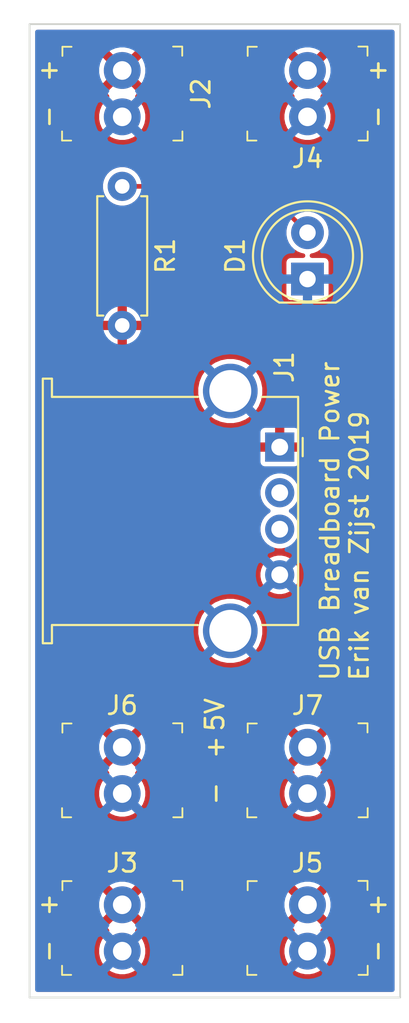
<source format=kicad_pcb>
(kicad_pcb (version 20171130) (host pcbnew "(5.1.2-1)-1")

  (general
    (thickness 1.6)
    (drawings 17)
    (tracks 2)
    (zones 0)
    (modules 9)
    (nets 6)
  )

  (page A4)
  (title_block
    (title "USB Breadboard Power")
    (date 2019-07-07)
    (rev v01)
    (comment 2 creativecommons.org/licenses/by/4.0/)
    (comment 3 "License: CC BY 4.0")
    (comment 4 "Author: Erik van Zijst")
  )

  (layers
    (0 F.Cu signal)
    (31 B.Cu signal)
    (32 B.Adhes user)
    (33 F.Adhes user)
    (34 B.Paste user)
    (35 F.Paste user)
    (36 B.SilkS user)
    (37 F.SilkS user)
    (38 B.Mask user)
    (39 F.Mask user)
    (40 Dwgs.User user)
    (41 Cmts.User user)
    (42 Eco1.User user)
    (43 Eco2.User user)
    (44 Edge.Cuts user)
    (45 Margin user)
    (46 B.CrtYd user)
    (47 F.CrtYd user)
    (48 B.Fab user)
    (49 F.Fab user)
  )

  (setup
    (last_trace_width 0.254)
    (trace_clearance 0.254)
    (zone_clearance 0.508)
    (zone_45_only no)
    (trace_min 0.000178)
    (via_size 0.762)
    (via_drill 0.381)
    (via_min_size 0.000686)
    (via_min_drill 0.00033)
    (uvia_size 0.762)
    (uvia_drill 0.381)
    (uvias_allowed no)
    (uvia_min_size 0.000686)
    (uvia_min_drill 0.00033)
    (edge_width 0.05)
    (segment_width 0.2)
    (pcb_text_width 0.3)
    (pcb_text_size 1.5 1.5)
    (mod_edge_width 0.12)
    (mod_text_size 1 1)
    (mod_text_width 0.15)
    (pad_size 1.524 1.524)
    (pad_drill 0.762)
    (pad_to_mask_clearance 0.1778)
    (solder_mask_min_width 0.254)
    (aux_axis_origin 0 0)
    (visible_elements FFFFFF7F)
    (pcbplotparams
      (layerselection 0x010f0_ffffffff)
      (usegerberextensions true)
      (usegerberattributes false)
      (usegerberadvancedattributes false)
      (creategerberjobfile false)
      (excludeedgelayer true)
      (linewidth 0.100000)
      (plotframeref false)
      (viasonmask false)
      (mode 1)
      (useauxorigin false)
      (hpglpennumber 1)
      (hpglpenspeed 20)
      (hpglpendiameter 15.000000)
      (psnegative false)
      (psa4output false)
      (plotreference true)
      (plotvalue false)
      (plotinvisibletext false)
      (padsonsilk false)
      (subtractmaskfromsilk false)
      (outputformat 1)
      (mirror false)
      (drillshape 0)
      (scaleselection 1)
      (outputdirectory "gerbers/"))
  )

  (net 0 "")
  (net 1 GND)
  (net 2 "Net-(D1-Pad2)")
  (net 3 "Net-(J1-Pad3)")
  (net 4 "Net-(J1-Pad2)")
  (net 5 VCC)

  (net_class Default "This is the default net class."
    (clearance 0.254)
    (trace_width 0.254)
    (via_dia 0.762)
    (via_drill 0.381)
    (uvia_dia 0.762)
    (uvia_drill 0.381)
    (add_net GND)
    (add_net "Net-(D1-Pad2)")
    (add_net "Net-(J1-Pad2)")
    (add_net "Net-(J1-Pad3)")
    (add_net VCC)
  )

  (module LED_THT:LED_D5.0mm_IRGrey (layer F.Cu) (tedit 5A6C9BB8) (tstamp 5D22A582)
    (at 116.84 115.57 90)
    (descr "LED, diameter 5.0mm, 2 pins, http://cdn-reichelt.de/documents/datenblatt/A500/LL-504BC2E-009.pdf")
    (tags "LED diameter 5.0mm 2 pins")
    (path /5D902383)
    (fp_text reference D1 (at 1.27 -3.96 90) (layer F.SilkS)
      (effects (font (size 1 1) (thickness 0.15)))
    )
    (fp_text value LED (at 1.27 3.96 90) (layer F.Fab)
      (effects (font (size 1 1) (thickness 0.15)))
    )
    (fp_text user %R (at 1.25 0 90) (layer F.Fab)
      (effects (font (size 0.8 0.8) (thickness 0.2)))
    )
    (fp_line (start -1.23 -1.469694) (end -1.23 1.469694) (layer F.Fab) (width 0.1))
    (fp_line (start -1.29 -1.545) (end -1.29 1.545) (layer F.SilkS) (width 0.12))
    (fp_line (start -1.95 -3.25) (end -1.95 3.25) (layer F.CrtYd) (width 0.05))
    (fp_line (start -1.95 3.25) (end 4.5 3.25) (layer F.CrtYd) (width 0.05))
    (fp_line (start 4.5 3.25) (end 4.5 -3.25) (layer F.CrtYd) (width 0.05))
    (fp_line (start 4.5 -3.25) (end -1.95 -3.25) (layer F.CrtYd) (width 0.05))
    (fp_circle (center 1.27 0) (end 3.77 0) (layer F.Fab) (width 0.1))
    (fp_circle (center 1.27 0) (end 3.77 0) (layer F.SilkS) (width 0.12))
    (fp_arc (start 1.27 0) (end -1.23 -1.469694) (angle 299.1) (layer F.Fab) (width 0.1))
    (fp_arc (start 1.27 0) (end -1.29 -1.54483) (angle 148.9) (layer F.SilkS) (width 0.12))
    (fp_arc (start 1.27 0) (end -1.29 1.54483) (angle -148.9) (layer F.SilkS) (width 0.12))
    (pad 1 thru_hole rect (at 0 0 90) (size 1.8 1.8) (drill 0.9) (layers *.Cu *.Mask)
      (net 1 GND))
    (pad 2 thru_hole circle (at 2.54 0 90) (size 1.8 1.8) (drill 0.9) (layers *.Cu *.Mask)
      (net 2 "Net-(D1-Pad2)"))
    (model ${KISYS3DMOD}/LED_THT.3dshapes/LED_D5.0mm_IRGrey.wrl
      (at (xyz 0 0 0))
      (scale (xyz 1 1 1))
      (rotate (xyz 0 0 0))
    )
  )

  (module KiCad:USB_A_Stewart_SS-52100-001_Horizontal (layer F.Cu) (tedit 5CB49A87) (tstamp 5D22A5B6)
    (at 115.316 124.7775 270)
    (descr "USB A connector https://belfuse.com/resources/drawings/stewartconnector/dr-stw-ss-52100-001.pdf")
    (tags "USB_A Female Connector receptacle")
    (path /5D8FD563)
    (fp_text reference J1 (at -4.3815 -0.254 90) (layer F.SilkS)
      (effects (font (size 1 1) (thickness 0.15)))
    )
    (fp_text value USB-SS-52100-001 (at 3.5 14.49 90) (layer F.Fab)
      (effects (font (size 1 1) (thickness 0.15)))
    )
    (fp_line (start -5.15 1.99) (end -4.25 0.69) (layer F.CrtYd) (width 0.05))
    (fp_line (start -5.15 3.44) (end -5.15 1.99) (layer F.CrtYd) (width 0.05))
    (fp_line (start -3.25 4.74) (end -4.25 4.74) (layer F.CrtYd) (width 0.05))
    (fp_line (start -5.15 3.44) (end -4.25 4.74) (layer F.CrtYd) (width 0.05))
    (fp_line (start -3.25 0.69) (end -4.25 0.69) (layer F.CrtYd) (width 0.05))
    (fp_line (start 12.15 3.44) (end 11.25 4.74) (layer F.CrtYd) (width 0.05))
    (fp_line (start -3.25 0.69) (end -3.25 -1.51) (layer F.CrtYd) (width 0.05))
    (fp_line (start 10.25 -1.51) (end -3.25 -1.51) (layer F.CrtYd) (width 0.05))
    (fp_line (start 10.25 0.69) (end 10.25 -1.51) (layer F.CrtYd) (width 0.05))
    (fp_line (start 12.15 1.99) (end 12.15 3.44) (layer F.CrtYd) (width 0.05))
    (fp_line (start 10.25 0.69) (end 11.25 0.69) (layer F.CrtYd) (width 0.05))
    (fp_line (start 12.15 1.99) (end 11.25 0.69) (layer F.CrtYd) (width 0.05))
    (fp_line (start 10.75 12.49) (end 10.75 12.99) (layer F.Fab) (width 0.1))
    (fp_line (start 9.75 12.49) (end 10.75 12.49) (layer F.Fab) (width 0.1))
    (fp_line (start -3.75 12.49) (end -2.75 12.49) (layer F.Fab) (width 0.1))
    (fp_line (start -3.75 12.99) (end -3.75 12.49) (layer F.Fab) (width 0.1))
    (fp_line (start -3.75 12.99) (end 10.75 12.99) (layer F.Fab) (width 0.1))
    (fp_line (start -2.75 12.49) (end -2.75 -1.01) (layer F.Fab) (width 0.1))
    (fp_line (start -2.75 -1.01) (end 9.75 -1.01) (layer F.Fab) (width 0.1))
    (fp_line (start 9.75 12.49) (end 9.75 -1.01) (layer F.Fab) (width 0.1))
    (fp_text user %R (at 3.5 5.99 90) (layer F.Fab)
      (effects (font (size 1 1) (thickness 0.15)))
    )
    (fp_line (start -3.75 12.99) (end 10.75 12.99) (layer F.SilkS) (width 0.12))
    (fp_line (start 10.75 12.99) (end 10.75 12.49) (layer F.SilkS) (width 0.12))
    (fp_line (start 10.75 12.49) (end 9.75 12.49) (layer F.SilkS) (width 0.12))
    (fp_line (start 9.75 12.49) (end 9.75 4.49) (layer F.SilkS) (width 0.12))
    (fp_line (start 9.75 0.99) (end 9.75 -1.01) (layer F.SilkS) (width 0.12))
    (fp_line (start 9.75 -1.01) (end -2.75 -1.01) (layer F.SilkS) (width 0.12))
    (fp_line (start -2.75 -1.01) (end -2.75 0.99) (layer F.SilkS) (width 0.12))
    (fp_line (start -2.75 4.49) (end -2.75 12.49) (layer F.SilkS) (width 0.12))
    (fp_line (start -2.75 12.49) (end -3.75 12.49) (layer F.SilkS) (width 0.12))
    (fp_line (start -3.75 12.49) (end -3.75 12.99) (layer F.SilkS) (width 0.12))
    (fp_line (start -0.5 -1.26) (end 0.5 -1.26) (layer F.SilkS) (width 0.12))
    (fp_line (start -0.25 -1.01) (end 0 -0.76) (layer F.Fab) (width 0.1))
    (fp_line (start 0 -0.76) (end 0.25 -1.01) (layer F.Fab) (width 0.1))
    (fp_line (start -3.25 4.74) (end -3.25 11.99) (layer F.CrtYd) (width 0.05))
    (fp_line (start -3.25 11.99) (end -4.25 11.99) (layer F.CrtYd) (width 0.05))
    (fp_line (start -4.25 11.99) (end -4.25 13.49) (layer F.CrtYd) (width 0.05))
    (fp_line (start -4.25 13.49) (end 11.25 13.49) (layer F.CrtYd) (width 0.05))
    (fp_line (start 11.25 13.49) (end 11.25 11.99) (layer F.CrtYd) (width 0.05))
    (fp_line (start 11.25 11.99) (end 10.25 11.99) (layer F.CrtYd) (width 0.05))
    (fp_line (start 10.25 11.99) (end 10.25 4.74) (layer F.CrtYd) (width 0.05))
    (fp_line (start 10.25 4.74) (end 11.25 4.74) (layer F.CrtYd) (width 0.05))
    (pad 4 thru_hole circle (at 7 0 270) (size 1.6 1.6) (drill 0.92) (layers *.Cu *.Mask)
      (net 1 GND))
    (pad 3 thru_hole circle (at 4.5 0 270) (size 1.6 1.6) (drill 0.92) (layers *.Cu *.Mask)
      (net 3 "Net-(J1-Pad3)"))
    (pad 2 thru_hole circle (at 2.5 0 270) (size 1.6 1.6) (drill 0.92) (layers *.Cu *.Mask)
      (net 4 "Net-(J1-Pad2)"))
    (pad 1 thru_hole rect (at 0 0 270) (size 1.6 1.6) (drill 0.92) (layers *.Cu *.Mask)
      (net 5 VCC))
    (pad 5 thru_hole circle (at -3.07 2.71 270) (size 3 3) (drill 2.3) (layers *.Cu *.Mask)
      (net 1 GND))
    (pad 5 thru_hole circle (at 10.07 2.71 270) (size 3 3) (drill 2.3) (layers *.Cu *.Mask)
      (net 1 GND))
    (model ${KISYS3DMOD}/Connector_USB.3dshapes/USB_A_Stewart_SS-52100-001_Horizontal.wrl
      (at (xyz 0 0 0))
      (scale (xyz 1 1 1))
      (rotate (xyz 0 0 0))
    )
  )

  (module digikey-footprints:PinHeader_1x2_P2.54mm_Drill1.02mm (layer F.Cu) (tedit 5A4BC55F) (tstamp 5D22A5CD)
    (at 106.68 106.68 90)
    (descr http://www.molex.com/pdm_docs/sd/022232031_sd.pdf)
    (path /5D90A993)
    (fp_text reference J2 (at 1.27 4.318 270) (layer F.SilkS)
      (effects (font (size 1 1) (thickness 0.15)))
    )
    (fp_text value 22-23-2021 (at 1.23 4.72 90) (layer F.Fab)
      (effects (font (size 1 1) (thickness 0.15)))
    )
    (fp_text user %R (at 1.25 0.03 90) (layer F.Fab)
      (effects (font (size 1 1) (thickness 0.15)))
    )
    (fp_line (start 3.98 3.42) (end -1.45 3.42) (layer F.CrtYd) (width 0.05))
    (fp_line (start -1.45 -3.42) (end -1.45 3.42) (layer F.CrtYd) (width 0.05))
    (fp_line (start 3.98 -3.42) (end 3.98 3.42) (layer F.CrtYd) (width 0.05))
    (fp_line (start 3.98 -3.42) (end -1.45 -3.42) (layer F.CrtYd) (width 0.05))
    (fp_line (start 3.84 -3.28) (end 3.84 -2.78) (layer F.SilkS) (width 0.1))
    (fp_line (start 3.84 -3.28) (end 3.34 -3.28) (layer F.SilkS) (width 0.1))
    (fp_line (start -1.3 -3.3) (end -1.3 -2.8) (layer F.SilkS) (width 0.1))
    (fp_line (start -1.3 -3.3) (end -0.8 -3.3) (layer F.SilkS) (width 0.1))
    (fp_line (start -1.3 3.3) (end -1.3 2.8) (layer F.SilkS) (width 0.1))
    (fp_line (start -1.3 3.3) (end -0.8 3.3) (layer F.SilkS) (width 0.1))
    (fp_line (start 3.85 3.29) (end 3.85 2.79) (layer F.SilkS) (width 0.1))
    (fp_line (start 3.85 3.29) (end 3.35 3.29) (layer F.SilkS) (width 0.1))
    (fp_line (start -1.2 3.17) (end 3.73 3.17) (layer F.Fab) (width 0.1))
    (fp_line (start 3.73 -3.17) (end 3.73 3.17) (layer F.Fab) (width 0.1))
    (fp_line (start -1.2 -3.17) (end -1.2 3.17) (layer F.Fab) (width 0.1))
    (fp_line (start -1.2 -3.17) (end 3.73 -3.17) (layer F.Fab) (width 0.1))
    (pad 1 thru_hole circle (at 0 0 90) (size 2.02 2.02) (drill 1.02) (layers *.Cu *.Mask)
      (net 1 GND))
    (pad 2 thru_hole circle (at 2.54 0 90) (size 2.02 2.02) (drill 1.02) (layers *.Cu *.Mask)
      (net 5 VCC))
  )

  (module digikey-footprints:PinHeader_1x2_P2.54mm_Drill1.02mm (layer F.Cu) (tedit 5A4BC55F) (tstamp 5D22A5E4)
    (at 106.68 152.4 90)
    (descr http://www.molex.com/pdm_docs/sd/022232031_sd.pdf)
    (path /5D90EC64)
    (fp_text reference J3 (at 4.826 0 180) (layer F.SilkS)
      (effects (font (size 1 1) (thickness 0.15)))
    )
    (fp_text value 22-23-2021 (at 1.23 4.72 90) (layer F.Fab)
      (effects (font (size 1 1) (thickness 0.15)))
    )
    (fp_text user %R (at 1.25 0.03 90) (layer F.Fab)
      (effects (font (size 1 1) (thickness 0.15)))
    )
    (fp_line (start 3.98 3.42) (end -1.45 3.42) (layer F.CrtYd) (width 0.05))
    (fp_line (start -1.45 -3.42) (end -1.45 3.42) (layer F.CrtYd) (width 0.05))
    (fp_line (start 3.98 -3.42) (end 3.98 3.42) (layer F.CrtYd) (width 0.05))
    (fp_line (start 3.98 -3.42) (end -1.45 -3.42) (layer F.CrtYd) (width 0.05))
    (fp_line (start 3.84 -3.28) (end 3.84 -2.78) (layer F.SilkS) (width 0.1))
    (fp_line (start 3.84 -3.28) (end 3.34 -3.28) (layer F.SilkS) (width 0.1))
    (fp_line (start -1.3 -3.3) (end -1.3 -2.8) (layer F.SilkS) (width 0.1))
    (fp_line (start -1.3 -3.3) (end -0.8 -3.3) (layer F.SilkS) (width 0.1))
    (fp_line (start -1.3 3.3) (end -1.3 2.8) (layer F.SilkS) (width 0.1))
    (fp_line (start -1.3 3.3) (end -0.8 3.3) (layer F.SilkS) (width 0.1))
    (fp_line (start 3.85 3.29) (end 3.85 2.79) (layer F.SilkS) (width 0.1))
    (fp_line (start 3.85 3.29) (end 3.35 3.29) (layer F.SilkS) (width 0.1))
    (fp_line (start -1.2 3.17) (end 3.73 3.17) (layer F.Fab) (width 0.1))
    (fp_line (start 3.73 -3.17) (end 3.73 3.17) (layer F.Fab) (width 0.1))
    (fp_line (start -1.2 -3.17) (end -1.2 3.17) (layer F.Fab) (width 0.1))
    (fp_line (start -1.2 -3.17) (end 3.73 -3.17) (layer F.Fab) (width 0.1))
    (pad 1 thru_hole circle (at 0 0 90) (size 2.02 2.02) (drill 1.02) (layers *.Cu *.Mask)
      (net 1 GND))
    (pad 2 thru_hole circle (at 2.54 0 90) (size 2.02 2.02) (drill 1.02) (layers *.Cu *.Mask)
      (net 5 VCC))
  )

  (module digikey-footprints:PinHeader_1x2_P2.54mm_Drill1.02mm (layer F.Cu) (tedit 5A4BC55F) (tstamp 5D22AC1F)
    (at 116.84 106.68 90)
    (descr http://www.molex.com/pdm_docs/sd/022232031_sd.pdf)
    (path /5D90BB45)
    (fp_text reference J4 (at -2.286 0 180) (layer F.SilkS)
      (effects (font (size 1 1) (thickness 0.15)))
    )
    (fp_text value 22-23-2021 (at 1.23 4.72 90) (layer F.Fab)
      (effects (font (size 1 1) (thickness 0.15)))
    )
    (fp_line (start -1.2 -3.17) (end 3.73 -3.17) (layer F.Fab) (width 0.1))
    (fp_line (start -1.2 -3.17) (end -1.2 3.17) (layer F.Fab) (width 0.1))
    (fp_line (start 3.73 -3.17) (end 3.73 3.17) (layer F.Fab) (width 0.1))
    (fp_line (start -1.2 3.17) (end 3.73 3.17) (layer F.Fab) (width 0.1))
    (fp_line (start 3.85 3.29) (end 3.35 3.29) (layer F.SilkS) (width 0.1))
    (fp_line (start 3.85 3.29) (end 3.85 2.79) (layer F.SilkS) (width 0.1))
    (fp_line (start -1.3 3.3) (end -0.8 3.3) (layer F.SilkS) (width 0.1))
    (fp_line (start -1.3 3.3) (end -1.3 2.8) (layer F.SilkS) (width 0.1))
    (fp_line (start -1.3 -3.3) (end -0.8 -3.3) (layer F.SilkS) (width 0.1))
    (fp_line (start -1.3 -3.3) (end -1.3 -2.8) (layer F.SilkS) (width 0.1))
    (fp_line (start 3.84 -3.28) (end 3.34 -3.28) (layer F.SilkS) (width 0.1))
    (fp_line (start 3.84 -3.28) (end 3.84 -2.78) (layer F.SilkS) (width 0.1))
    (fp_line (start 3.98 -3.42) (end -1.45 -3.42) (layer F.CrtYd) (width 0.05))
    (fp_line (start 3.98 -3.42) (end 3.98 3.42) (layer F.CrtYd) (width 0.05))
    (fp_line (start -1.45 -3.42) (end -1.45 3.42) (layer F.CrtYd) (width 0.05))
    (fp_line (start 3.98 3.42) (end -1.45 3.42) (layer F.CrtYd) (width 0.05))
    (fp_text user %R (at 1.25 0.03 90) (layer F.Fab)
      (effects (font (size 1 1) (thickness 0.15)))
    )
    (pad 2 thru_hole circle (at 2.54 0 90) (size 2.02 2.02) (drill 1.02) (layers *.Cu *.Mask)
      (net 5 VCC))
    (pad 1 thru_hole circle (at 0 0 90) (size 2.02 2.02) (drill 1.02) (layers *.Cu *.Mask)
      (net 1 GND))
  )

  (module digikey-footprints:PinHeader_1x2_P2.54mm_Drill1.02mm (layer F.Cu) (tedit 5A4BC55F) (tstamp 5D22A612)
    (at 116.84 152.4 90)
    (descr http://www.molex.com/pdm_docs/sd/022232031_sd.pdf)
    (path /5D90EC77)
    (fp_text reference J5 (at 4.826 0 180) (layer F.SilkS)
      (effects (font (size 1 1) (thickness 0.15)))
    )
    (fp_text value 22-23-2021 (at 1.23 4.72 90) (layer F.Fab)
      (effects (font (size 1 1) (thickness 0.15)))
    )
    (fp_line (start -1.2 -3.17) (end 3.73 -3.17) (layer F.Fab) (width 0.1))
    (fp_line (start -1.2 -3.17) (end -1.2 3.17) (layer F.Fab) (width 0.1))
    (fp_line (start 3.73 -3.17) (end 3.73 3.17) (layer F.Fab) (width 0.1))
    (fp_line (start -1.2 3.17) (end 3.73 3.17) (layer F.Fab) (width 0.1))
    (fp_line (start 3.85 3.29) (end 3.35 3.29) (layer F.SilkS) (width 0.1))
    (fp_line (start 3.85 3.29) (end 3.85 2.79) (layer F.SilkS) (width 0.1))
    (fp_line (start -1.3 3.3) (end -0.8 3.3) (layer F.SilkS) (width 0.1))
    (fp_line (start -1.3 3.3) (end -1.3 2.8) (layer F.SilkS) (width 0.1))
    (fp_line (start -1.3 -3.3) (end -0.8 -3.3) (layer F.SilkS) (width 0.1))
    (fp_line (start -1.3 -3.3) (end -1.3 -2.8) (layer F.SilkS) (width 0.1))
    (fp_line (start 3.84 -3.28) (end 3.34 -3.28) (layer F.SilkS) (width 0.1))
    (fp_line (start 3.84 -3.28) (end 3.84 -2.78) (layer F.SilkS) (width 0.1))
    (fp_line (start 3.98 -3.42) (end -1.45 -3.42) (layer F.CrtYd) (width 0.05))
    (fp_line (start 3.98 -3.42) (end 3.98 3.42) (layer F.CrtYd) (width 0.05))
    (fp_line (start -1.45 -3.42) (end -1.45 3.42) (layer F.CrtYd) (width 0.05))
    (fp_line (start 3.98 3.42) (end -1.45 3.42) (layer F.CrtYd) (width 0.05))
    (fp_text user %R (at 1.25 0.03 90) (layer F.Fab)
      (effects (font (size 1 1) (thickness 0.15)))
    )
    (pad 2 thru_hole circle (at 2.54 0 90) (size 2.02 2.02) (drill 1.02) (layers *.Cu *.Mask)
      (net 5 VCC))
    (pad 1 thru_hole circle (at 0 0 90) (size 2.02 2.02) (drill 1.02) (layers *.Cu *.Mask)
      (net 1 GND))
  )

  (module Resistor_THT:R_Axial_DIN0207_L6.3mm_D2.5mm_P7.62mm_Horizontal (layer F.Cu) (tedit 5AE5139B) (tstamp 5D22A629)
    (at 106.68 110.49 270)
    (descr "Resistor, Axial_DIN0207 series, Axial, Horizontal, pin pitch=7.62mm, 0.25W = 1/4W, length*diameter=6.3*2.5mm^2, http://cdn-reichelt.de/documents/datenblatt/B400/1_4W%23YAG.pdf")
    (tags "Resistor Axial_DIN0207 series Axial Horizontal pin pitch 7.62mm 0.25W = 1/4W length 6.3mm diameter 2.5mm")
    (path /5D903614)
    (fp_text reference R1 (at 3.81 -2.37 90) (layer F.SilkS)
      (effects (font (size 1 1) (thickness 0.15)))
    )
    (fp_text value 1K (at 3.81 2.37 90) (layer F.Fab)
      (effects (font (size 1 1) (thickness 0.15)))
    )
    (fp_line (start 0.66 -1.25) (end 0.66 1.25) (layer F.Fab) (width 0.1))
    (fp_line (start 0.66 1.25) (end 6.96 1.25) (layer F.Fab) (width 0.1))
    (fp_line (start 6.96 1.25) (end 6.96 -1.25) (layer F.Fab) (width 0.1))
    (fp_line (start 6.96 -1.25) (end 0.66 -1.25) (layer F.Fab) (width 0.1))
    (fp_line (start 0 0) (end 0.66 0) (layer F.Fab) (width 0.1))
    (fp_line (start 7.62 0) (end 6.96 0) (layer F.Fab) (width 0.1))
    (fp_line (start 0.54 -1.04) (end 0.54 -1.37) (layer F.SilkS) (width 0.12))
    (fp_line (start 0.54 -1.37) (end 7.08 -1.37) (layer F.SilkS) (width 0.12))
    (fp_line (start 7.08 -1.37) (end 7.08 -1.04) (layer F.SilkS) (width 0.12))
    (fp_line (start 0.54 1.04) (end 0.54 1.37) (layer F.SilkS) (width 0.12))
    (fp_line (start 0.54 1.37) (end 7.08 1.37) (layer F.SilkS) (width 0.12))
    (fp_line (start 7.08 1.37) (end 7.08 1.04) (layer F.SilkS) (width 0.12))
    (fp_line (start -1.05 -1.5) (end -1.05 1.5) (layer F.CrtYd) (width 0.05))
    (fp_line (start -1.05 1.5) (end 8.67 1.5) (layer F.CrtYd) (width 0.05))
    (fp_line (start 8.67 1.5) (end 8.67 -1.5) (layer F.CrtYd) (width 0.05))
    (fp_line (start 8.67 -1.5) (end -1.05 -1.5) (layer F.CrtYd) (width 0.05))
    (fp_text user %R (at 3.81 0 90) (layer F.Fab)
      (effects (font (size 1 1) (thickness 0.15)))
    )
    (pad 1 thru_hole circle (at 0 0 270) (size 1.6 1.6) (drill 0.8) (layers *.Cu *.Mask)
      (net 2 "Net-(D1-Pad2)"))
    (pad 2 thru_hole oval (at 7.62 0 270) (size 1.6 1.6) (drill 0.8) (layers *.Cu *.Mask)
      (net 5 VCC))
    (model ${KISYS3DMOD}/Resistor_THT.3dshapes/R_Axial_DIN0207_L6.3mm_D2.5mm_P7.62mm_Horizontal.wrl
      (at (xyz 0 0 0))
      (scale (xyz 1 1 1))
      (rotate (xyz 0 0 0))
    )
  )

  (module digikey-footprints:PinHeader_1x2_P2.54mm_Drill1.02mm (layer F.Cu) (tedit 5A4BC55F) (tstamp 5D22BE9E)
    (at 106.68 143.764 90)
    (descr http://www.molex.com/pdm_docs/sd/022232031_sd.pdf)
    (path /5D92649B)
    (fp_text reference J6 (at 4.826 0 180) (layer F.SilkS)
      (effects (font (size 1 1) (thickness 0.15)))
    )
    (fp_text value 22-23-2021 (at 1.23 4.72 90) (layer F.Fab)
      (effects (font (size 1 1) (thickness 0.15)))
    )
    (fp_text user %R (at 1.25 0.03 90) (layer F.Fab)
      (effects (font (size 1 1) (thickness 0.15)))
    )
    (fp_line (start 3.98 3.42) (end -1.45 3.42) (layer F.CrtYd) (width 0.05))
    (fp_line (start -1.45 -3.42) (end -1.45 3.42) (layer F.CrtYd) (width 0.05))
    (fp_line (start 3.98 -3.42) (end 3.98 3.42) (layer F.CrtYd) (width 0.05))
    (fp_line (start 3.98 -3.42) (end -1.45 -3.42) (layer F.CrtYd) (width 0.05))
    (fp_line (start 3.84 -3.28) (end 3.84 -2.78) (layer F.SilkS) (width 0.1))
    (fp_line (start 3.84 -3.28) (end 3.34 -3.28) (layer F.SilkS) (width 0.1))
    (fp_line (start -1.3 -3.3) (end -1.3 -2.8) (layer F.SilkS) (width 0.1))
    (fp_line (start -1.3 -3.3) (end -0.8 -3.3) (layer F.SilkS) (width 0.1))
    (fp_line (start -1.3 3.3) (end -1.3 2.8) (layer F.SilkS) (width 0.1))
    (fp_line (start -1.3 3.3) (end -0.8 3.3) (layer F.SilkS) (width 0.1))
    (fp_line (start 3.85 3.29) (end 3.85 2.79) (layer F.SilkS) (width 0.1))
    (fp_line (start 3.85 3.29) (end 3.35 3.29) (layer F.SilkS) (width 0.1))
    (fp_line (start -1.2 3.17) (end 3.73 3.17) (layer F.Fab) (width 0.1))
    (fp_line (start 3.73 -3.17) (end 3.73 3.17) (layer F.Fab) (width 0.1))
    (fp_line (start -1.2 -3.17) (end -1.2 3.17) (layer F.Fab) (width 0.1))
    (fp_line (start -1.2 -3.17) (end 3.73 -3.17) (layer F.Fab) (width 0.1))
    (pad 1 thru_hole circle (at 0 0 90) (size 2.02 2.02) (drill 1.02) (layers *.Cu *.Mask)
      (net 1 GND))
    (pad 2 thru_hole circle (at 2.54 0 90) (size 2.02 2.02) (drill 1.02) (layers *.Cu *.Mask)
      (net 5 VCC))
  )

  (module digikey-footprints:PinHeader_1x2_P2.54mm_Drill1.02mm (layer F.Cu) (tedit 5A4BC55F) (tstamp 5D22C1FA)
    (at 116.84 143.764 90)
    (descr http://www.molex.com/pdm_docs/sd/022232031_sd.pdf)
    (path /5D928AA6)
    (fp_text reference J7 (at 4.826 0 180) (layer F.SilkS)
      (effects (font (size 1 1) (thickness 0.15)))
    )
    (fp_text value 22-23-2021 (at 1.23 4.72 90) (layer F.Fab)
      (effects (font (size 1 1) (thickness 0.15)))
    )
    (fp_line (start -1.2 -3.17) (end 3.73 -3.17) (layer F.Fab) (width 0.1))
    (fp_line (start -1.2 -3.17) (end -1.2 3.17) (layer F.Fab) (width 0.1))
    (fp_line (start 3.73 -3.17) (end 3.73 3.17) (layer F.Fab) (width 0.1))
    (fp_line (start -1.2 3.17) (end 3.73 3.17) (layer F.Fab) (width 0.1))
    (fp_line (start 3.85 3.29) (end 3.35 3.29) (layer F.SilkS) (width 0.1))
    (fp_line (start 3.85 3.29) (end 3.85 2.79) (layer F.SilkS) (width 0.1))
    (fp_line (start -1.3 3.3) (end -0.8 3.3) (layer F.SilkS) (width 0.1))
    (fp_line (start -1.3 3.3) (end -1.3 2.8) (layer F.SilkS) (width 0.1))
    (fp_line (start -1.3 -3.3) (end -0.8 -3.3) (layer F.SilkS) (width 0.1))
    (fp_line (start -1.3 -3.3) (end -1.3 -2.8) (layer F.SilkS) (width 0.1))
    (fp_line (start 3.84 -3.28) (end 3.34 -3.28) (layer F.SilkS) (width 0.1))
    (fp_line (start 3.84 -3.28) (end 3.84 -2.78) (layer F.SilkS) (width 0.1))
    (fp_line (start 3.98 -3.42) (end -1.45 -3.42) (layer F.CrtYd) (width 0.05))
    (fp_line (start 3.98 -3.42) (end 3.98 3.42) (layer F.CrtYd) (width 0.05))
    (fp_line (start -1.45 -3.42) (end -1.45 3.42) (layer F.CrtYd) (width 0.05))
    (fp_line (start 3.98 3.42) (end -1.45 3.42) (layer F.CrtYd) (width 0.05))
    (fp_text user %R (at 1.25 0.03 90) (layer F.Fab)
      (effects (font (size 1 1) (thickness 0.15)))
    )
    (pad 2 thru_hole circle (at 2.54 0 90) (size 2.02 2.02) (drill 1.02) (layers *.Cu *.Mask)
      (net 5 VCC))
    (pad 1 thru_hole circle (at 0 0 90) (size 2.02 2.02) (drill 1.02) (layers *.Cu *.Mask)
      (net 1 GND))
  )

  (gr_text 5V (at 111.76 139.446 90) (layer F.SilkS)
    (effects (font (size 1 1) (thickness 0.15)))
  )
  (gr_text - (at 111.76 143.764 90) (layer F.SilkS) (tstamp 5D22C81D)
    (effects (font (size 1 1) (thickness 0.15)))
  )
  (gr_text + (at 111.76 141.224 90) (layer F.SilkS) (tstamp 5D22C81C)
    (effects (font (size 1 1) (thickness 0.15)))
  )
  (gr_text - (at 102.616 152.4 90) (layer F.SilkS) (tstamp 5D22C81D)
    (effects (font (size 1 1) (thickness 0.15)))
  )
  (gr_text + (at 102.616 149.86 90) (layer F.SilkS) (tstamp 5D22C81C)
    (effects (font (size 1 1) (thickness 0.15)))
  )
  (gr_text - (at 120.65 152.4 90) (layer F.SilkS) (tstamp 5D22C81D)
    (effects (font (size 1 1) (thickness 0.15)))
  )
  (gr_text + (at 120.65 149.86 90) (layer F.SilkS) (tstamp 5D22C81C)
    (effects (font (size 1 1) (thickness 0.15)))
  )
  (gr_text - (at 102.616 106.68 90) (layer F.SilkS) (tstamp 5D22C81D)
    (effects (font (size 1 1) (thickness 0.15)))
  )
  (gr_text + (at 102.616 104.14 90) (layer F.SilkS) (tstamp 5D22C81C)
    (effects (font (size 1 1) (thickness 0.15)))
  )
  (gr_text + (at 120.65 104.14 90) (layer F.SilkS)
    (effects (font (size 1 1) (thickness 0.15)))
  )
  (gr_text - (at 120.65 106.68 90) (layer F.SilkS)
    (effects (font (size 1 1) (thickness 0.15)))
  )
  (gr_text "USB Breadboard Power\nErik van Zijst 2019" (at 118.872 137.668 90) (layer F.SilkS)
    (effects (font (size 1 1) (thickness 0.15)) (justify left))
  )
  (gr_text v01 (at 120.65 119.634 90) (layer F.Cu)
    (effects (font (size 1.5 1.5) (thickness 0.3)))
  )
  (gr_line (start 121.92 101.6) (end 121.92 154.94) (layer Edge.Cuts) (width 0.1))
  (gr_line (start 101.6 101.6) (end 121.92 101.6) (layer Edge.Cuts) (width 0.1))
  (gr_line (start 101.6 101.6) (end 101.6 154.94) (layer Edge.Cuts) (width 0.1))
  (gr_line (start 101.6 154.94) (end 121.92 154.94) (layer Edge.Cuts) (width 0.1))

  (segment (start 114.3 110.49) (end 116.84 113.03) (width 0.254) (layer F.Cu) (net 2) (status 20))
  (segment (start 106.68 110.49) (end 114.3 110.49) (width 0.254) (layer F.Cu) (net 2) (status 10))

  (zone (net 5) (net_name VCC) (layer F.Cu) (tstamp 5D22CD2D) (hatch edge 0.508)
    (connect_pads (clearance 0.254))
    (min_thickness 0.254)
    (fill yes (arc_segments 32) (thermal_gap 0.508) (thermal_bridge_width 0.508))
    (polygon
      (pts
        (xy 101.346 101.346) (xy 122.174 101.346) (xy 122.174 155.194) (xy 101.346 155.194)
      )
    )
    (filled_polygon
      (pts
        (xy 121.489 117.103) (xy 119.114 117.103) (xy 119.114 122.165) (xy 121.489 122.165) (xy 121.489001 154.509)
        (xy 102.031 154.509) (xy 102.031 152.262999) (xy 105.289 152.262999) (xy 105.289 152.537001) (xy 105.342456 152.80574)
        (xy 105.447312 153.058885) (xy 105.59954 153.286711) (xy 105.793289 153.48046) (xy 106.021115 153.632688) (xy 106.27426 153.737544)
        (xy 106.542999 153.791) (xy 106.817001 153.791) (xy 107.08574 153.737544) (xy 107.338885 153.632688) (xy 107.566711 153.48046)
        (xy 107.76046 153.286711) (xy 107.912688 153.058885) (xy 108.017544 152.80574) (xy 108.071 152.537001) (xy 108.071 152.262999)
        (xy 115.449 152.262999) (xy 115.449 152.537001) (xy 115.502456 152.80574) (xy 115.607312 153.058885) (xy 115.75954 153.286711)
        (xy 115.953289 153.48046) (xy 116.181115 153.632688) (xy 116.43426 153.737544) (xy 116.702999 153.791) (xy 116.977001 153.791)
        (xy 117.24574 153.737544) (xy 117.498885 153.632688) (xy 117.726711 153.48046) (xy 117.92046 153.286711) (xy 118.072688 153.058885)
        (xy 118.177544 152.80574) (xy 118.231 152.537001) (xy 118.231 152.262999) (xy 118.177544 151.99426) (xy 118.072688 151.741115)
        (xy 117.92046 151.513289) (xy 117.726711 151.31954) (xy 117.674612 151.284728) (xy 117.705968 151.267968) (xy 117.802939 151.002545)
        (xy 116.84 150.039605) (xy 115.877061 151.002545) (xy 115.974032 151.267968) (xy 116.006677 151.283868) (xy 115.953289 151.31954)
        (xy 115.75954 151.513289) (xy 115.607312 151.741115) (xy 115.502456 151.99426) (xy 115.449 152.262999) (xy 108.071 152.262999)
        (xy 108.017544 151.99426) (xy 107.912688 151.741115) (xy 107.76046 151.513289) (xy 107.566711 151.31954) (xy 107.514612 151.284728)
        (xy 107.545968 151.267968) (xy 107.642939 151.002545) (xy 106.68 150.039605) (xy 105.717061 151.002545) (xy 105.814032 151.267968)
        (xy 105.846677 151.283868) (xy 105.793289 151.31954) (xy 105.59954 151.513289) (xy 105.447312 151.741115) (xy 105.342456 151.99426)
        (xy 105.289 152.262999) (xy 102.031 152.262999) (xy 102.031 149.9222) (xy 105.028211 149.9222) (xy 105.072084 150.243253)
        (xy 105.177749 150.549578) (xy 105.272032 150.725968) (xy 105.537455 150.822939) (xy 106.500395 149.86) (xy 106.859605 149.86)
        (xy 107.822545 150.822939) (xy 108.087968 150.725968) (xy 108.229856 150.434647) (xy 108.312185 150.121243) (xy 108.324249 149.9222)
        (xy 115.188211 149.9222) (xy 115.232084 150.243253) (xy 115.337749 150.549578) (xy 115.432032 150.725968) (xy 115.697455 150.822939)
        (xy 116.660395 149.86) (xy 117.019605 149.86) (xy 117.982545 150.822939) (xy 118.247968 150.725968) (xy 118.389856 150.434647)
        (xy 118.472185 150.121243) (xy 118.491789 149.7978) (xy 118.447916 149.476747) (xy 118.342251 149.170422) (xy 118.247968 148.994032)
        (xy 117.982545 148.897061) (xy 117.019605 149.86) (xy 116.660395 149.86) (xy 115.697455 148.897061) (xy 115.432032 148.994032)
        (xy 115.290144 149.285353) (xy 115.207815 149.598757) (xy 115.188211 149.9222) (xy 108.324249 149.9222) (xy 108.331789 149.7978)
        (xy 108.287916 149.476747) (xy 108.182251 149.170422) (xy 108.087968 148.994032) (xy 107.822545 148.897061) (xy 106.859605 149.86)
        (xy 106.500395 149.86) (xy 105.537455 148.897061) (xy 105.272032 148.994032) (xy 105.130144 149.285353) (xy 105.047815 149.598757)
        (xy 105.028211 149.9222) (xy 102.031 149.9222) (xy 102.031 148.717455) (xy 105.717061 148.717455) (xy 106.68 149.680395)
        (xy 107.642939 148.717455) (xy 115.877061 148.717455) (xy 116.84 149.680395) (xy 117.802939 148.717455) (xy 117.705968 148.452032)
        (xy 117.414647 148.310144) (xy 117.101243 148.227815) (xy 116.7778 148.208211) (xy 116.456747 148.252084) (xy 116.150422 148.357749)
        (xy 115.974032 148.452032) (xy 115.877061 148.717455) (xy 107.642939 148.717455) (xy 107.545968 148.452032) (xy 107.254647 148.310144)
        (xy 106.941243 148.227815) (xy 106.6178 148.208211) (xy 106.296747 148.252084) (xy 105.990422 148.357749) (xy 105.814032 148.452032)
        (xy 105.717061 148.717455) (xy 102.031 148.717455) (xy 102.031 143.626999) (xy 105.289 143.626999) (xy 105.289 143.901001)
        (xy 105.342456 144.16974) (xy 105.447312 144.422885) (xy 105.59954 144.650711) (xy 105.793289 144.84446) (xy 106.021115 144.996688)
        (xy 106.27426 145.101544) (xy 106.542999 145.155) (xy 106.817001 145.155) (xy 107.08574 145.101544) (xy 107.338885 144.996688)
        (xy 107.566711 144.84446) (xy 107.76046 144.650711) (xy 107.912688 144.422885) (xy 108.017544 144.16974) (xy 108.071 143.901001)
        (xy 108.071 143.626999) (xy 115.449 143.626999) (xy 115.449 143.901001) (xy 115.502456 144.16974) (xy 115.607312 144.422885)
        (xy 115.75954 144.650711) (xy 115.953289 144.84446) (xy 116.181115 144.996688) (xy 116.43426 145.101544) (xy 116.702999 145.155)
        (xy 116.977001 145.155) (xy 117.24574 145.101544) (xy 117.498885 144.996688) (xy 117.726711 144.84446) (xy 117.92046 144.650711)
        (xy 118.072688 144.422885) (xy 118.177544 144.16974) (xy 118.231 143.901001) (xy 118.231 143.626999) (xy 118.177544 143.35826)
        (xy 118.072688 143.105115) (xy 117.92046 142.877289) (xy 117.726711 142.68354) (xy 117.674612 142.648728) (xy 117.705968 142.631968)
        (xy 117.802939 142.366545) (xy 116.84 141.403605) (xy 115.877061 142.366545) (xy 115.974032 142.631968) (xy 116.006677 142.647868)
        (xy 115.953289 142.68354) (xy 115.75954 142.877289) (xy 115.607312 143.105115) (xy 115.502456 143.35826) (xy 115.449 143.626999)
        (xy 108.071 143.626999) (xy 108.017544 143.35826) (xy 107.912688 143.105115) (xy 107.76046 142.877289) (xy 107.566711 142.68354)
        (xy 107.514612 142.648728) (xy 107.545968 142.631968) (xy 107.642939 142.366545) (xy 106.68 141.403605) (xy 105.717061 142.366545)
        (xy 105.814032 142.631968) (xy 105.846677 142.647868) (xy 105.793289 142.68354) (xy 105.59954 142.877289) (xy 105.447312 143.105115)
        (xy 105.342456 143.35826) (xy 105.289 143.626999) (xy 102.031 143.626999) (xy 102.031 141.2862) (xy 105.028211 141.2862)
        (xy 105.072084 141.607253) (xy 105.177749 141.913578) (xy 105.272032 142.089968) (xy 105.537455 142.186939) (xy 106.500395 141.224)
        (xy 106.859605 141.224) (xy 107.822545 142.186939) (xy 108.087968 142.089968) (xy 108.229856 141.798647) (xy 108.312185 141.485243)
        (xy 108.324249 141.2862) (xy 115.188211 141.2862) (xy 115.232084 141.607253) (xy 115.337749 141.913578) (xy 115.432032 142.089968)
        (xy 115.697455 142.186939) (xy 116.660395 141.224) (xy 117.019605 141.224) (xy 117.982545 142.186939) (xy 118.247968 142.089968)
        (xy 118.389856 141.798647) (xy 118.472185 141.485243) (xy 118.491789 141.1618) (xy 118.447916 140.840747) (xy 118.342251 140.534422)
        (xy 118.247968 140.358032) (xy 117.982545 140.261061) (xy 117.019605 141.224) (xy 116.660395 141.224) (xy 115.697455 140.261061)
        (xy 115.432032 140.358032) (xy 115.290144 140.649353) (xy 115.207815 140.962757) (xy 115.188211 141.2862) (xy 108.324249 141.2862)
        (xy 108.331789 141.1618) (xy 108.287916 140.840747) (xy 108.182251 140.534422) (xy 108.087968 140.358032) (xy 107.822545 140.261061)
        (xy 106.859605 141.224) (xy 106.500395 141.224) (xy 105.537455 140.261061) (xy 105.272032 140.358032) (xy 105.130144 140.649353)
        (xy 105.047815 140.962757) (xy 105.028211 141.2862) (xy 102.031 141.2862) (xy 102.031 140.081455) (xy 105.717061 140.081455)
        (xy 106.68 141.044395) (xy 107.642939 140.081455) (xy 115.877061 140.081455) (xy 116.84 141.044395) (xy 117.802939 140.081455)
        (xy 117.705968 139.816032) (xy 117.414647 139.674144) (xy 117.101243 139.591815) (xy 116.7778 139.572211) (xy 116.456747 139.616084)
        (xy 116.150422 139.721749) (xy 115.974032 139.816032) (xy 115.877061 140.081455) (xy 107.642939 140.081455) (xy 107.545968 139.816032)
        (xy 107.254647 139.674144) (xy 106.941243 139.591815) (xy 106.6178 139.572211) (xy 106.296747 139.616084) (xy 105.990422 139.721749)
        (xy 105.814032 139.816032) (xy 105.717061 140.081455) (xy 102.031 140.081455) (xy 102.031 134.662238) (xy 110.725 134.662238)
        (xy 110.725 135.032762) (xy 110.797286 135.396167) (xy 110.93908 135.738487) (xy 111.144932 136.046567) (xy 111.406933 136.308568)
        (xy 111.715013 136.51442) (xy 112.057333 136.656214) (xy 112.420738 136.7285) (xy 112.791262 136.7285) (xy 113.154667 136.656214)
        (xy 113.496987 136.51442) (xy 113.805067 136.308568) (xy 114.067068 136.046567) (xy 114.27292 135.738487) (xy 114.414714 135.396167)
        (xy 114.487 135.032762) (xy 114.487 134.662238) (xy 114.414714 134.298833) (xy 114.27292 133.956513) (xy 114.067068 133.648433)
        (xy 113.805067 133.386432) (xy 113.496987 133.18058) (xy 113.154667 133.038786) (xy 112.791262 132.9665) (xy 112.420738 132.9665)
        (xy 112.057333 133.038786) (xy 111.715013 133.18058) (xy 111.406933 133.386432) (xy 111.144932 133.648433) (xy 110.93908 133.956513)
        (xy 110.797286 134.298833) (xy 110.725 134.662238) (xy 102.031 134.662238) (xy 102.031 131.661182) (xy 114.135 131.661182)
        (xy 114.135 131.893818) (xy 114.180386 132.121985) (xy 114.269412 132.336913) (xy 114.398658 132.530343) (xy 114.563157 132.694842)
        (xy 114.756587 132.824088) (xy 114.971515 132.913114) (xy 115.199682 132.9585) (xy 115.432318 132.9585) (xy 115.660485 132.913114)
        (xy 115.875413 132.824088) (xy 116.068843 132.694842) (xy 116.233342 132.530343) (xy 116.362588 132.336913) (xy 116.451614 132.121985)
        (xy 116.497 131.893818) (xy 116.497 131.661182) (xy 116.451614 131.433015) (xy 116.362588 131.218087) (xy 116.233342 131.024657)
        (xy 116.068843 130.860158) (xy 115.875413 130.730912) (xy 115.660485 130.641886) (xy 115.432318 130.5965) (xy 115.199682 130.5965)
        (xy 114.971515 130.641886) (xy 114.756587 130.730912) (xy 114.563157 130.860158) (xy 114.398658 131.024657) (xy 114.269412 131.218087)
        (xy 114.180386 131.433015) (xy 114.135 131.661182) (xy 102.031 131.661182) (xy 102.031 125.5775) (xy 113.877928 125.5775)
        (xy 113.890188 125.701982) (xy 113.926498 125.82168) (xy 113.985463 125.931994) (xy 114.064815 126.028685) (xy 114.161506 126.108037)
        (xy 114.27182 126.167002) (xy 114.391518 126.203312) (xy 114.516 126.215572) (xy 114.797683 126.213889) (xy 114.756587 126.230912)
        (xy 114.563157 126.360158) (xy 114.398658 126.524657) (xy 114.269412 126.718087) (xy 114.180386 126.933015) (xy 114.135 127.161182)
        (xy 114.135 127.393818) (xy 114.180386 127.621985) (xy 114.269412 127.836913) (xy 114.398658 128.030343) (xy 114.563157 128.194842)
        (xy 114.686863 128.2775) (xy 114.563157 128.360158) (xy 114.398658 128.524657) (xy 114.269412 128.718087) (xy 114.180386 128.933015)
        (xy 114.135 129.161182) (xy 114.135 129.393818) (xy 114.180386 129.621985) (xy 114.269412 129.836913) (xy 114.398658 130.030343)
        (xy 114.563157 130.194842) (xy 114.756587 130.324088) (xy 114.971515 130.413114) (xy 115.199682 130.4585) (xy 115.432318 130.4585)
        (xy 115.660485 130.413114) (xy 115.875413 130.324088) (xy 116.068843 130.194842) (xy 116.233342 130.030343) (xy 116.362588 129.836913)
        (xy 116.451614 129.621985) (xy 116.497 129.393818) (xy 116.497 129.161182) (xy 116.451614 128.933015) (xy 116.362588 128.718087)
        (xy 116.233342 128.524657) (xy 116.068843 128.360158) (xy 115.945137 128.2775) (xy 116.068843 128.194842) (xy 116.233342 128.030343)
        (xy 116.362588 127.836913) (xy 116.451614 127.621985) (xy 116.497 127.393818) (xy 116.497 127.161182) (xy 116.451614 126.933015)
        (xy 116.362588 126.718087) (xy 116.233342 126.524657) (xy 116.068843 126.360158) (xy 115.875413 126.230912) (xy 115.834317 126.213889)
        (xy 116.116 126.215572) (xy 116.240482 126.203312) (xy 116.36018 126.167002) (xy 116.470494 126.108037) (xy 116.567185 126.028685)
        (xy 116.646537 125.931994) (xy 116.705502 125.82168) (xy 116.741812 125.701982) (xy 116.754072 125.5775) (xy 116.751 125.06325)
        (xy 116.59225 124.9045) (xy 115.443 124.9045) (xy 115.443 124.9245) (xy 115.189 124.9245) (xy 115.189 124.9045)
        (xy 114.03975 124.9045) (xy 113.881 125.06325) (xy 113.877928 125.5775) (xy 102.031 125.5775) (xy 102.031 123.9775)
        (xy 113.877928 123.9775) (xy 113.881 124.49175) (xy 114.03975 124.6505) (xy 115.189 124.6505) (xy 115.189 123.50125)
        (xy 115.443 123.50125) (xy 115.443 124.6505) (xy 116.59225 124.6505) (xy 116.751 124.49175) (xy 116.754072 123.9775)
        (xy 116.741812 123.853018) (xy 116.705502 123.73332) (xy 116.646537 123.623006) (xy 116.567185 123.526315) (xy 116.470494 123.446963)
        (xy 116.36018 123.387998) (xy 116.240482 123.351688) (xy 116.116 123.339428) (xy 115.60175 123.3425) (xy 115.443 123.50125)
        (xy 115.189 123.50125) (xy 115.03025 123.3425) (xy 114.516 123.339428) (xy 114.391518 123.351688) (xy 114.27182 123.387998)
        (xy 114.161506 123.446963) (xy 114.064815 123.526315) (xy 113.985463 123.623006) (xy 113.926498 123.73332) (xy 113.890188 123.853018)
        (xy 113.877928 123.9775) (xy 102.031 123.9775) (xy 102.031 121.522238) (xy 110.725 121.522238) (xy 110.725 121.892762)
        (xy 110.797286 122.256167) (xy 110.93908 122.598487) (xy 111.144932 122.906567) (xy 111.406933 123.168568) (xy 111.715013 123.37442)
        (xy 112.057333 123.516214) (xy 112.420738 123.5885) (xy 112.791262 123.5885) (xy 113.154667 123.516214) (xy 113.496987 123.37442)
        (xy 113.805067 123.168568) (xy 114.067068 122.906567) (xy 114.27292 122.598487) (xy 114.414714 122.256167) (xy 114.487 121.892762)
        (xy 114.487 121.522238) (xy 114.414714 121.158833) (xy 114.27292 120.816513) (xy 114.067068 120.508433) (xy 113.805067 120.246432)
        (xy 113.496987 120.04058) (xy 113.154667 119.898786) (xy 112.791262 119.8265) (xy 112.420738 119.8265) (xy 112.057333 119.898786)
        (xy 111.715013 120.04058) (xy 111.406933 120.246432) (xy 111.144932 120.508433) (xy 110.93908 120.816513) (xy 110.797286 121.158833)
        (xy 110.725 121.522238) (xy 102.031 121.522238) (xy 102.031 118.45904) (xy 105.288091 118.45904) (xy 105.38293 118.723881)
        (xy 105.527615 118.965131) (xy 105.716586 119.173519) (xy 105.94258 119.341037) (xy 106.196913 119.461246) (xy 106.330961 119.501904)
        (xy 106.553 119.379915) (xy 106.553 118.237) (xy 106.807 118.237) (xy 106.807 119.379915) (xy 107.029039 119.501904)
        (xy 107.163087 119.461246) (xy 107.41742 119.341037) (xy 107.643414 119.173519) (xy 107.832385 118.965131) (xy 107.97707 118.723881)
        (xy 108.071909 118.45904) (xy 107.950624 118.237) (xy 106.807 118.237) (xy 106.553 118.237) (xy 105.409376 118.237)
        (xy 105.288091 118.45904) (xy 102.031 118.45904) (xy 102.031 117.76096) (xy 105.288091 117.76096) (xy 105.409376 117.983)
        (xy 106.553 117.983) (xy 106.553 116.840085) (xy 106.807 116.840085) (xy 106.807 117.983) (xy 107.950624 117.983)
        (xy 108.071909 117.76096) (xy 107.97707 117.496119) (xy 107.832385 117.254869) (xy 107.643414 117.046481) (xy 107.41742 116.878963)
        (xy 107.163087 116.758754) (xy 107.029039 116.718096) (xy 106.807 116.840085) (xy 106.553 116.840085) (xy 106.330961 116.718096)
        (xy 106.196913 116.758754) (xy 105.94258 116.878963) (xy 105.716586 117.046481) (xy 105.527615 117.254869) (xy 105.38293 117.496119)
        (xy 105.288091 117.76096) (xy 102.031 117.76096) (xy 102.031 110.373682) (xy 105.499 110.373682) (xy 105.499 110.606318)
        (xy 105.544386 110.834485) (xy 105.633412 111.049413) (xy 105.762658 111.242843) (xy 105.927157 111.407342) (xy 106.120587 111.536588)
        (xy 106.335515 111.625614) (xy 106.563682 111.671) (xy 106.796318 111.671) (xy 107.024485 111.625614) (xy 107.239413 111.536588)
        (xy 107.432843 111.407342) (xy 107.597342 111.242843) (xy 107.726588 111.049413) (xy 107.747884 110.998) (xy 114.08958 110.998)
        (xy 115.649145 112.557565) (xy 115.608228 112.656346) (xy 115.559 112.903833) (xy 115.559 113.156167) (xy 115.608228 113.403654)
        (xy 115.704793 113.636781) (xy 115.844982 113.84659) (xy 116.02341 114.025018) (xy 116.233219 114.165207) (xy 116.466346 114.261772)
        (xy 116.593966 114.287157) (xy 115.94 114.287157) (xy 115.865311 114.294513) (xy 115.793492 114.316299) (xy 115.727304 114.351678)
        (xy 115.669289 114.399289) (xy 115.621678 114.457304) (xy 115.586299 114.523492) (xy 115.564513 114.595311) (xy 115.557157 114.67)
        (xy 115.557157 116.47) (xy 115.564513 116.544689) (xy 115.586299 116.616508) (xy 115.621678 116.682696) (xy 115.669289 116.740711)
        (xy 115.727304 116.788322) (xy 115.793492 116.823701) (xy 115.865311 116.845487) (xy 115.94 116.852843) (xy 117.74 116.852843)
        (xy 117.814689 116.845487) (xy 117.886508 116.823701) (xy 117.952696 116.788322) (xy 118.010711 116.740711) (xy 118.058322 116.682696)
        (xy 118.093701 116.616508) (xy 118.115487 116.544689) (xy 118.122843 116.47) (xy 118.122843 114.67) (xy 118.115487 114.595311)
        (xy 118.093701 114.523492) (xy 118.058322 114.457304) (xy 118.010711 114.399289) (xy 117.952696 114.351678) (xy 117.886508 114.316299)
        (xy 117.814689 114.294513) (xy 117.74 114.287157) (xy 117.086034 114.287157) (xy 117.213654 114.261772) (xy 117.446781 114.165207)
        (xy 117.65659 114.025018) (xy 117.835018 113.84659) (xy 117.975207 113.636781) (xy 118.071772 113.403654) (xy 118.121 113.156167)
        (xy 118.121 112.903833) (xy 118.071772 112.656346) (xy 117.975207 112.423219) (xy 117.835018 112.21341) (xy 117.65659 112.034982)
        (xy 117.446781 111.894793) (xy 117.213654 111.798228) (xy 116.966167 111.749) (xy 116.713833 111.749) (xy 116.466346 111.798228)
        (xy 116.367565 111.839145) (xy 114.676855 110.148435) (xy 114.660948 110.129052) (xy 114.583595 110.065571) (xy 114.495343 110.018399)
        (xy 114.399585 109.989351) (xy 114.324947 109.982) (xy 114.324944 109.982) (xy 114.3 109.979543) (xy 114.275056 109.982)
        (xy 107.747884 109.982) (xy 107.726588 109.930587) (xy 107.597342 109.737157) (xy 107.432843 109.572658) (xy 107.239413 109.443412)
        (xy 107.024485 109.354386) (xy 106.796318 109.309) (xy 106.563682 109.309) (xy 106.335515 109.354386) (xy 106.120587 109.443412)
        (xy 105.927157 109.572658) (xy 105.762658 109.737157) (xy 105.633412 109.930587) (xy 105.544386 110.145515) (xy 105.499 110.373682)
        (xy 102.031 110.373682) (xy 102.031 106.542999) (xy 105.289 106.542999) (xy 105.289 106.817001) (xy 105.342456 107.08574)
        (xy 105.447312 107.338885) (xy 105.59954 107.566711) (xy 105.793289 107.76046) (xy 106.021115 107.912688) (xy 106.27426 108.017544)
        (xy 106.542999 108.071) (xy 106.817001 108.071) (xy 107.08574 108.017544) (xy 107.338885 107.912688) (xy 107.566711 107.76046)
        (xy 107.76046 107.566711) (xy 107.912688 107.338885) (xy 108.017544 107.08574) (xy 108.071 106.817001) (xy 108.071 106.542999)
        (xy 115.449 106.542999) (xy 115.449 106.817001) (xy 115.502456 107.08574) (xy 115.607312 107.338885) (xy 115.75954 107.566711)
        (xy 115.953289 107.76046) (xy 116.181115 107.912688) (xy 116.43426 108.017544) (xy 116.702999 108.071) (xy 116.977001 108.071)
        (xy 117.24574 108.017544) (xy 117.498885 107.912688) (xy 117.726711 107.76046) (xy 117.92046 107.566711) (xy 118.072688 107.338885)
        (xy 118.177544 107.08574) (xy 118.231 106.817001) (xy 118.231 106.542999) (xy 118.177544 106.27426) (xy 118.072688 106.021115)
        (xy 117.92046 105.793289) (xy 117.726711 105.59954) (xy 117.674612 105.564728) (xy 117.705968 105.547968) (xy 117.802939 105.282545)
        (xy 116.84 104.319605) (xy 115.877061 105.282545) (xy 115.974032 105.547968) (xy 116.006677 105.563868) (xy 115.953289 105.59954)
        (xy 115.75954 105.793289) (xy 115.607312 106.021115) (xy 115.502456 106.27426) (xy 115.449 106.542999) (xy 108.071 106.542999)
        (xy 108.017544 106.27426) (xy 107.912688 106.021115) (xy 107.76046 105.793289) (xy 107.566711 105.59954) (xy 107.514612 105.564728)
        (xy 107.545968 105.547968) (xy 107.642939 105.282545) (xy 106.68 104.319605) (xy 105.717061 105.282545) (xy 105.814032 105.547968)
        (xy 105.846677 105.563868) (xy 105.793289 105.59954) (xy 105.59954 105.793289) (xy 105.447312 106.021115) (xy 105.342456 106.27426)
        (xy 105.289 106.542999) (xy 102.031 106.542999) (xy 102.031 104.2022) (xy 105.028211 104.2022) (xy 105.072084 104.523253)
        (xy 105.177749 104.829578) (xy 105.272032 105.005968) (xy 105.537455 105.102939) (xy 106.500395 104.14) (xy 106.859605 104.14)
        (xy 107.822545 105.102939) (xy 108.087968 105.005968) (xy 108.229856 104.714647) (xy 108.312185 104.401243) (xy 108.324249 104.2022)
        (xy 115.188211 104.2022) (xy 115.232084 104.523253) (xy 115.337749 104.829578) (xy 115.432032 105.005968) (xy 115.697455 105.102939)
        (xy 116.660395 104.14) (xy 117.019605 104.14) (xy 117.982545 105.102939) (xy 118.247968 105.005968) (xy 118.389856 104.714647)
        (xy 118.472185 104.401243) (xy 118.491789 104.0778) (xy 118.447916 103.756747) (xy 118.342251 103.450422) (xy 118.247968 103.274032)
        (xy 117.982545 103.177061) (xy 117.019605 104.14) (xy 116.660395 104.14) (xy 115.697455 103.177061) (xy 115.432032 103.274032)
        (xy 115.290144 103.565353) (xy 115.207815 103.878757) (xy 115.188211 104.2022) (xy 108.324249 104.2022) (xy 108.331789 104.0778)
        (xy 108.287916 103.756747) (xy 108.182251 103.450422) (xy 108.087968 103.274032) (xy 107.822545 103.177061) (xy 106.859605 104.14)
        (xy 106.500395 104.14) (xy 105.537455 103.177061) (xy 105.272032 103.274032) (xy 105.130144 103.565353) (xy 105.047815 103.878757)
        (xy 105.028211 104.2022) (xy 102.031 104.2022) (xy 102.031 102.997455) (xy 105.717061 102.997455) (xy 106.68 103.960395)
        (xy 107.642939 102.997455) (xy 115.877061 102.997455) (xy 116.84 103.960395) (xy 117.802939 102.997455) (xy 117.705968 102.732032)
        (xy 117.414647 102.590144) (xy 117.101243 102.507815) (xy 116.7778 102.488211) (xy 116.456747 102.532084) (xy 116.150422 102.637749)
        (xy 115.974032 102.732032) (xy 115.877061 102.997455) (xy 107.642939 102.997455) (xy 107.545968 102.732032) (xy 107.254647 102.590144)
        (xy 106.941243 102.507815) (xy 106.6178 102.488211) (xy 106.296747 102.532084) (xy 105.990422 102.637749) (xy 105.814032 102.732032)
        (xy 105.717061 102.997455) (xy 102.031 102.997455) (xy 102.031 102.031) (xy 121.489 102.031)
      )
    )
  )
  (zone (net 1) (net_name GND) (layer B.Cu) (tstamp 5D22CD2A) (hatch edge 0.508)
    (connect_pads (clearance 0.254))
    (min_thickness 0.254)
    (fill yes (arc_segments 32) (thermal_gap 0.508) (thermal_bridge_width 0.508))
    (polygon
      (pts
        (xy 101.346 155.194) (xy 101.346 101.346) (xy 122.174 101.346) (xy 122.174 155.194)
      )
    )
    (filled_polygon
      (pts
        (xy 121.489001 154.509) (xy 102.031 154.509) (xy 102.031 153.542545) (xy 105.717061 153.542545) (xy 105.814032 153.807968)
        (xy 106.105353 153.949856) (xy 106.418757 154.032185) (xy 106.7422 154.051789) (xy 107.063253 154.007916) (xy 107.369578 153.902251)
        (xy 107.545968 153.807968) (xy 107.642939 153.542545) (xy 115.877061 153.542545) (xy 115.974032 153.807968) (xy 116.265353 153.949856)
        (xy 116.578757 154.032185) (xy 116.9022 154.051789) (xy 117.223253 154.007916) (xy 117.529578 153.902251) (xy 117.705968 153.807968)
        (xy 117.802939 153.542545) (xy 116.84 152.579605) (xy 115.877061 153.542545) (xy 107.642939 153.542545) (xy 106.68 152.579605)
        (xy 105.717061 153.542545) (xy 102.031 153.542545) (xy 102.031 152.4622) (xy 105.028211 152.4622) (xy 105.072084 152.783253)
        (xy 105.177749 153.089578) (xy 105.272032 153.265968) (xy 105.537455 153.362939) (xy 106.500395 152.4) (xy 106.859605 152.4)
        (xy 107.822545 153.362939) (xy 108.087968 153.265968) (xy 108.229856 152.974647) (xy 108.312185 152.661243) (xy 108.324249 152.4622)
        (xy 115.188211 152.4622) (xy 115.232084 152.783253) (xy 115.337749 153.089578) (xy 115.432032 153.265968) (xy 115.697455 153.362939)
        (xy 116.660395 152.4) (xy 117.019605 152.4) (xy 117.982545 153.362939) (xy 118.247968 153.265968) (xy 118.389856 152.974647)
        (xy 118.472185 152.661243) (xy 118.491789 152.3378) (xy 118.447916 152.016747) (xy 118.342251 151.710422) (xy 118.247968 151.534032)
        (xy 117.982545 151.437061) (xy 117.019605 152.4) (xy 116.660395 152.4) (xy 115.697455 151.437061) (xy 115.432032 151.534032)
        (xy 115.290144 151.825353) (xy 115.207815 152.138757) (xy 115.188211 152.4622) (xy 108.324249 152.4622) (xy 108.331789 152.3378)
        (xy 108.287916 152.016747) (xy 108.182251 151.710422) (xy 108.087968 151.534032) (xy 107.822545 151.437061) (xy 106.859605 152.4)
        (xy 106.500395 152.4) (xy 105.537455 151.437061) (xy 105.272032 151.534032) (xy 105.130144 151.825353) (xy 105.047815 152.138757)
        (xy 105.028211 152.4622) (xy 102.031 152.4622) (xy 102.031 149.722999) (xy 105.289 149.722999) (xy 105.289 149.997001)
        (xy 105.342456 150.26574) (xy 105.447312 150.518885) (xy 105.59954 150.746711) (xy 105.793289 150.94046) (xy 105.845388 150.975272)
        (xy 105.814032 150.992032) (xy 105.717061 151.257455) (xy 106.68 152.220395) (xy 107.642939 151.257455) (xy 107.545968 150.992032)
        (xy 107.513323 150.976132) (xy 107.566711 150.94046) (xy 107.76046 150.746711) (xy 107.912688 150.518885) (xy 108.017544 150.26574)
        (xy 108.071 149.997001) (xy 108.071 149.722999) (xy 115.449 149.722999) (xy 115.449 149.997001) (xy 115.502456 150.26574)
        (xy 115.607312 150.518885) (xy 115.75954 150.746711) (xy 115.953289 150.94046) (xy 116.005388 150.975272) (xy 115.974032 150.992032)
        (xy 115.877061 151.257455) (xy 116.84 152.220395) (xy 117.802939 151.257455) (xy 117.705968 150.992032) (xy 117.673323 150.976132)
        (xy 117.726711 150.94046) (xy 117.92046 150.746711) (xy 118.072688 150.518885) (xy 118.177544 150.26574) (xy 118.231 149.997001)
        (xy 118.231 149.722999) (xy 118.177544 149.45426) (xy 118.072688 149.201115) (xy 117.92046 148.973289) (xy 117.726711 148.77954)
        (xy 117.498885 148.627312) (xy 117.24574 148.522456) (xy 116.977001 148.469) (xy 116.702999 148.469) (xy 116.43426 148.522456)
        (xy 116.181115 148.627312) (xy 115.953289 148.77954) (xy 115.75954 148.973289) (xy 115.607312 149.201115) (xy 115.502456 149.45426)
        (xy 115.449 149.722999) (xy 108.071 149.722999) (xy 108.017544 149.45426) (xy 107.912688 149.201115) (xy 107.76046 148.973289)
        (xy 107.566711 148.77954) (xy 107.338885 148.627312) (xy 107.08574 148.522456) (xy 106.817001 148.469) (xy 106.542999 148.469)
        (xy 106.27426 148.522456) (xy 106.021115 148.627312) (xy 105.793289 148.77954) (xy 105.59954 148.973289) (xy 105.447312 149.201115)
        (xy 105.342456 149.45426) (xy 105.289 149.722999) (xy 102.031 149.722999) (xy 102.031 144.906545) (xy 105.717061 144.906545)
        (xy 105.814032 145.171968) (xy 106.105353 145.313856) (xy 106.418757 145.396185) (xy 106.7422 145.415789) (xy 107.063253 145.371916)
        (xy 107.369578 145.266251) (xy 107.545968 145.171968) (xy 107.642939 144.906545) (xy 115.877061 144.906545) (xy 115.974032 145.171968)
        (xy 116.265353 145.313856) (xy 116.578757 145.396185) (xy 116.9022 145.415789) (xy 117.223253 145.371916) (xy 117.529578 145.266251)
        (xy 117.705968 145.171968) (xy 117.802939 144.906545) (xy 116.84 143.943605) (xy 115.877061 144.906545) (xy 107.642939 144.906545)
        (xy 106.68 143.943605) (xy 105.717061 144.906545) (xy 102.031 144.906545) (xy 102.031 143.8262) (xy 105.028211 143.8262)
        (xy 105.072084 144.147253) (xy 105.177749 144.453578) (xy 105.272032 144.629968) (xy 105.537455 144.726939) (xy 106.500395 143.764)
        (xy 106.859605 143.764) (xy 107.822545 144.726939) (xy 108.087968 144.629968) (xy 108.229856 144.338647) (xy 108.312185 144.025243)
        (xy 108.324249 143.8262) (xy 115.188211 143.8262) (xy 115.232084 144.147253) (xy 115.337749 144.453578) (xy 115.432032 144.629968)
        (xy 115.697455 144.726939) (xy 116.660395 143.764) (xy 117.019605 143.764) (xy 117.982545 144.726939) (xy 118.247968 144.629968)
        (xy 118.389856 144.338647) (xy 118.472185 144.025243) (xy 118.491789 143.7018) (xy 118.447916 143.380747) (xy 118.342251 143.074422)
        (xy 118.247968 142.898032) (xy 117.982545 142.801061) (xy 117.019605 143.764) (xy 116.660395 143.764) (xy 115.697455 142.801061)
        (xy 115.432032 142.898032) (xy 115.290144 143.189353) (xy 115.207815 143.502757) (xy 115.188211 143.8262) (xy 108.324249 143.8262)
        (xy 108.331789 143.7018) (xy 108.287916 143.380747) (xy 108.182251 143.074422) (xy 108.087968 142.898032) (xy 107.822545 142.801061)
        (xy 106.859605 143.764) (xy 106.500395 143.764) (xy 105.537455 142.801061) (xy 105.272032 142.898032) (xy 105.130144 143.189353)
        (xy 105.047815 143.502757) (xy 105.028211 143.8262) (xy 102.031 143.8262) (xy 102.031 141.086999) (xy 105.289 141.086999)
        (xy 105.289 141.361001) (xy 105.342456 141.62974) (xy 105.447312 141.882885) (xy 105.59954 142.110711) (xy 105.793289 142.30446)
        (xy 105.845388 142.339272) (xy 105.814032 142.356032) (xy 105.717061 142.621455) (xy 106.68 143.584395) (xy 107.642939 142.621455)
        (xy 107.545968 142.356032) (xy 107.513323 142.340132) (xy 107.566711 142.30446) (xy 107.76046 142.110711) (xy 107.912688 141.882885)
        (xy 108.017544 141.62974) (xy 108.071 141.361001) (xy 108.071 141.086999) (xy 115.449 141.086999) (xy 115.449 141.361001)
        (xy 115.502456 141.62974) (xy 115.607312 141.882885) (xy 115.75954 142.110711) (xy 115.953289 142.30446) (xy 116.005388 142.339272)
        (xy 115.974032 142.356032) (xy 115.877061 142.621455) (xy 116.84 143.584395) (xy 117.802939 142.621455) (xy 117.705968 142.356032)
        (xy 117.673323 142.340132) (xy 117.726711 142.30446) (xy 117.92046 142.110711) (xy 118.072688 141.882885) (xy 118.177544 141.62974)
        (xy 118.231 141.361001) (xy 118.231 141.086999) (xy 118.177544 140.81826) (xy 118.072688 140.565115) (xy 117.92046 140.337289)
        (xy 117.726711 140.14354) (xy 117.498885 139.991312) (xy 117.24574 139.886456) (xy 116.977001 139.833) (xy 116.702999 139.833)
        (xy 116.43426 139.886456) (xy 116.181115 139.991312) (xy 115.953289 140.14354) (xy 115.75954 140.337289) (xy 115.607312 140.565115)
        (xy 115.502456 140.81826) (xy 115.449 141.086999) (xy 108.071 141.086999) (xy 108.017544 140.81826) (xy 107.912688 140.565115)
        (xy 107.76046 140.337289) (xy 107.566711 140.14354) (xy 107.338885 139.991312) (xy 107.08574 139.886456) (xy 106.817001 139.833)
        (xy 106.542999 139.833) (xy 106.27426 139.886456) (xy 106.021115 139.991312) (xy 105.793289 140.14354) (xy 105.59954 140.337289)
        (xy 105.447312 140.565115) (xy 105.342456 140.81826) (xy 105.289 141.086999) (xy 102.031 141.086999) (xy 102.031 136.339153)
        (xy 111.293952 136.339153) (xy 111.449962 136.654714) (xy 111.824745 136.84552) (xy 112.229551 136.959544) (xy 112.648824 136.992402)
        (xy 113.066451 136.942834) (xy 113.466383 136.812743) (xy 113.762038 136.654714) (xy 113.918048 136.339153) (xy 112.606 135.027105)
        (xy 111.293952 136.339153) (xy 102.031 136.339153) (xy 102.031 134.890324) (xy 110.461098 134.890324) (xy 110.510666 135.307951)
        (xy 110.640757 135.707883) (xy 110.798786 136.003538) (xy 111.114347 136.159548) (xy 112.426395 134.8475) (xy 112.785605 134.8475)
        (xy 114.097653 136.159548) (xy 114.413214 136.003538) (xy 114.60402 135.628755) (xy 114.718044 135.223949) (xy 114.750902 134.804676)
        (xy 114.701334 134.387049) (xy 114.571243 133.987117) (xy 114.413214 133.691462) (xy 114.097653 133.535452) (xy 112.785605 134.8475)
        (xy 112.426395 134.8475) (xy 111.114347 133.535452) (xy 110.798786 133.691462) (xy 110.60798 134.066245) (xy 110.493956 134.471051)
        (xy 110.461098 134.890324) (xy 102.031 134.890324) (xy 102.031 133.355847) (xy 111.293952 133.355847) (xy 112.606 134.667895)
        (xy 113.918048 133.355847) (xy 113.762038 133.040286) (xy 113.387255 132.84948) (xy 113.105804 132.770202) (xy 114.502903 132.770202)
        (xy 114.574486 133.014171) (xy 114.829996 133.135071) (xy 115.104184 133.2038) (xy 115.386512 133.217717) (xy 115.66613 133.176287)
        (xy 115.932292 133.081103) (xy 116.057514 133.014171) (xy 116.129097 132.770202) (xy 115.316 131.957105) (xy 114.502903 132.770202)
        (xy 113.105804 132.770202) (xy 112.982449 132.735456) (xy 112.563176 132.702598) (xy 112.145549 132.752166) (xy 111.745617 132.882257)
        (xy 111.449962 133.040286) (xy 111.293952 133.355847) (xy 102.031 133.355847) (xy 102.031 131.848012) (xy 113.875783 131.848012)
        (xy 113.917213 132.12763) (xy 114.012397 132.393792) (xy 114.079329 132.519014) (xy 114.323298 132.590597) (xy 115.136395 131.7775)
        (xy 115.495605 131.7775) (xy 116.308702 132.590597) (xy 116.552671 132.519014) (xy 116.673571 132.263504) (xy 116.7423 131.989316)
        (xy 116.756217 131.706988) (xy 116.714787 131.42737) (xy 116.619603 131.161208) (xy 116.552671 131.035986) (xy 116.308702 130.964403)
        (xy 115.495605 131.7775) (xy 115.136395 131.7775) (xy 114.323298 130.964403) (xy 114.079329 131.035986) (xy 113.958429 131.291496)
        (xy 113.8897 131.565684) (xy 113.875783 131.848012) (xy 102.031 131.848012) (xy 102.031 127.161182) (xy 114.135 127.161182)
        (xy 114.135 127.393818) (xy 114.180386 127.621985) (xy 114.269412 127.836913) (xy 114.398658 128.030343) (xy 114.563157 128.194842)
        (xy 114.686863 128.2775) (xy 114.563157 128.360158) (xy 114.398658 128.524657) (xy 114.269412 128.718087) (xy 114.180386 128.933015)
        (xy 114.135 129.161182) (xy 114.135 129.393818) (xy 114.180386 129.621985) (xy 114.269412 129.836913) (xy 114.398658 130.030343)
        (xy 114.563157 130.194842) (xy 114.756587 130.324088) (xy 114.924329 130.393569) (xy 114.699708 130.473897) (xy 114.574486 130.540829)
        (xy 114.502903 130.784798) (xy 115.316 131.597895) (xy 116.129097 130.784798) (xy 116.057514 130.540829) (xy 115.802004 130.419929)
        (xy 115.703589 130.39526) (xy 115.875413 130.324088) (xy 116.068843 130.194842) (xy 116.233342 130.030343) (xy 116.362588 129.836913)
        (xy 116.451614 129.621985) (xy 116.497 129.393818) (xy 116.497 129.161182) (xy 116.451614 128.933015) (xy 116.362588 128.718087)
        (xy 116.233342 128.524657) (xy 116.068843 128.360158) (xy 115.945137 128.2775) (xy 116.068843 128.194842) (xy 116.233342 128.030343)
        (xy 116.362588 127.836913) (xy 116.451614 127.621985) (xy 116.497 127.393818) (xy 116.497 127.161182) (xy 116.451614 126.933015)
        (xy 116.362588 126.718087) (xy 116.233342 126.524657) (xy 116.068843 126.360158) (xy 115.875413 126.230912) (xy 115.660485 126.141886)
        (xy 115.432318 126.0965) (xy 115.199682 126.0965) (xy 114.971515 126.141886) (xy 114.756587 126.230912) (xy 114.563157 126.360158)
        (xy 114.398658 126.524657) (xy 114.269412 126.718087) (xy 114.180386 126.933015) (xy 114.135 127.161182) (xy 102.031 127.161182)
        (xy 102.031 123.9775) (xy 114.133157 123.9775) (xy 114.133157 125.5775) (xy 114.140513 125.652189) (xy 114.162299 125.724008)
        (xy 114.197678 125.790196) (xy 114.245289 125.848211) (xy 114.303304 125.895822) (xy 114.369492 125.931201) (xy 114.441311 125.952987)
        (xy 114.516 125.960343) (xy 116.116 125.960343) (xy 116.190689 125.952987) (xy 116.262508 125.931201) (xy 116.328696 125.895822)
        (xy 116.386711 125.848211) (xy 116.434322 125.790196) (xy 116.469701 125.724008) (xy 116.491487 125.652189) (xy 116.498843 125.5775)
        (xy 116.498843 123.9775) (xy 116.491487 123.902811) (xy 116.469701 123.830992) (xy 116.434322 123.764804) (xy 116.386711 123.706789)
        (xy 116.328696 123.659178) (xy 116.262508 123.623799) (xy 116.190689 123.602013) (xy 116.116 123.594657) (xy 114.516 123.594657)
        (xy 114.441311 123.602013) (xy 114.369492 123.623799) (xy 114.303304 123.659178) (xy 114.245289 123.706789) (xy 114.197678 123.764804)
        (xy 114.162299 123.830992) (xy 114.140513 123.902811) (xy 114.133157 123.9775) (xy 102.031 123.9775) (xy 102.031 123.199153)
        (xy 111.293952 123.199153) (xy 111.449962 123.514714) (xy 111.824745 123.70552) (xy 112.229551 123.819544) (xy 112.648824 123.852402)
        (xy 113.066451 123.802834) (xy 113.466383 123.672743) (xy 113.762038 123.514714) (xy 113.918048 123.199153) (xy 112.606 121.887105)
        (xy 111.293952 123.199153) (xy 102.031 123.199153) (xy 102.031 121.750324) (xy 110.461098 121.750324) (xy 110.510666 122.167951)
        (xy 110.640757 122.567883) (xy 110.798786 122.863538) (xy 111.114347 123.019548) (xy 112.426395 121.7075) (xy 112.785605 121.7075)
        (xy 114.097653 123.019548) (xy 114.413214 122.863538) (xy 114.60402 122.488755) (xy 114.718044 122.083949) (xy 114.750902 121.664676)
        (xy 114.701334 121.247049) (xy 114.571243 120.847117) (xy 114.413214 120.551462) (xy 114.097653 120.395452) (xy 112.785605 121.7075)
        (xy 112.426395 121.7075) (xy 111.114347 120.395452) (xy 110.798786 120.551462) (xy 110.60798 120.926245) (xy 110.493956 121.331051)
        (xy 110.461098 121.750324) (xy 102.031 121.750324) (xy 102.031 120.215847) (xy 111.293952 120.215847) (xy 112.606 121.527895)
        (xy 113.918048 120.215847) (xy 113.762038 119.900286) (xy 113.387255 119.70948) (xy 112.982449 119.595456) (xy 112.563176 119.562598)
        (xy 112.145549 119.612166) (xy 111.745617 119.742257) (xy 111.449962 119.900286) (xy 111.293952 120.215847) (xy 102.031 120.215847)
        (xy 102.031 118.11) (xy 105.493286 118.11) (xy 105.516088 118.341516) (xy 105.583619 118.564136) (xy 105.693283 118.769303)
        (xy 105.840866 118.949134) (xy 106.020697 119.096717) (xy 106.225864 119.206381) (xy 106.448484 119.273912) (xy 106.621984 119.291)
        (xy 106.738016 119.291) (xy 106.911516 119.273912) (xy 107.134136 119.206381) (xy 107.339303 119.096717) (xy 107.519134 118.949134)
        (xy 107.666717 118.769303) (xy 107.776381 118.564136) (xy 107.843912 118.341516) (xy 107.866714 118.11) (xy 107.843912 117.878484)
        (xy 107.776381 117.655864) (xy 107.666717 117.450697) (xy 107.519134 117.270866) (xy 107.339303 117.123283) (xy 107.134136 117.013619)
        (xy 106.911516 116.946088) (xy 106.738016 116.929) (xy 106.621984 116.929) (xy 106.448484 116.946088) (xy 106.225864 117.013619)
        (xy 106.020697 117.123283) (xy 105.840866 117.270866) (xy 105.693283 117.450697) (xy 105.583619 117.655864) (xy 105.516088 117.878484)
        (xy 105.493286 118.11) (xy 102.031 118.11) (xy 102.031 116.47) (xy 115.301928 116.47) (xy 115.314188 116.594482)
        (xy 115.350498 116.71418) (xy 115.409463 116.824494) (xy 115.488815 116.921185) (xy 115.585506 117.000537) (xy 115.69582 117.059502)
        (xy 115.815518 117.095812) (xy 115.94 117.108072) (xy 116.55425 117.105) (xy 116.713 116.94625) (xy 116.713 115.697)
        (xy 116.967 115.697) (xy 116.967 116.94625) (xy 117.12575 117.105) (xy 117.74 117.108072) (xy 117.864482 117.095812)
        (xy 117.98418 117.059502) (xy 118.094494 117.000537) (xy 118.191185 116.921185) (xy 118.270537 116.824494) (xy 118.329502 116.71418)
        (xy 118.365812 116.594482) (xy 118.378072 116.47) (xy 118.375 115.85575) (xy 118.21625 115.697) (xy 116.967 115.697)
        (xy 116.713 115.697) (xy 115.46375 115.697) (xy 115.305 115.85575) (xy 115.301928 116.47) (xy 102.031 116.47)
        (xy 102.031 114.67) (xy 115.301928 114.67) (xy 115.305 115.28425) (xy 115.46375 115.443) (xy 116.713 115.443)
        (xy 116.713 115.423) (xy 116.967 115.423) (xy 116.967 115.443) (xy 118.21625 115.443) (xy 118.375 115.28425)
        (xy 118.378072 114.67) (xy 118.365812 114.545518) (xy 118.329502 114.42582) (xy 118.270537 114.315506) (xy 118.191185 114.218815)
        (xy 118.094494 114.139463) (xy 117.98418 114.080498) (xy 117.864482 114.044188) (xy 117.74 114.031928) (xy 117.645541 114.0324)
        (xy 117.65659 114.025018) (xy 117.835018 113.84659) (xy 117.975207 113.636781) (xy 118.071772 113.403654) (xy 118.121 113.156167)
        (xy 118.121 112.903833) (xy 118.071772 112.656346) (xy 117.975207 112.423219) (xy 117.835018 112.21341) (xy 117.65659 112.034982)
        (xy 117.446781 111.894793) (xy 117.213654 111.798228) (xy 116.966167 111.749) (xy 116.713833 111.749) (xy 116.466346 111.798228)
        (xy 116.233219 111.894793) (xy 116.02341 112.034982) (xy 115.844982 112.21341) (xy 115.704793 112.423219) (xy 115.608228 112.656346)
        (xy 115.559 112.903833) (xy 115.559 113.156167) (xy 115.608228 113.403654) (xy 115.704793 113.636781) (xy 115.844982 113.84659)
        (xy 116.02341 114.025018) (xy 116.034459 114.0324) (xy 115.94 114.031928) (xy 115.815518 114.044188) (xy 115.69582 114.080498)
        (xy 115.585506 114.139463) (xy 115.488815 114.218815) (xy 115.409463 114.315506) (xy 115.350498 114.42582) (xy 115.314188 114.545518)
        (xy 115.301928 114.67) (xy 102.031 114.67) (xy 102.031 110.373682) (xy 105.499 110.373682) (xy 105.499 110.606318)
        (xy 105.544386 110.834485) (xy 105.633412 111.049413) (xy 105.762658 111.242843) (xy 105.927157 111.407342) (xy 106.120587 111.536588)
        (xy 106.335515 111.625614) (xy 106.563682 111.671) (xy 106.796318 111.671) (xy 107.024485 111.625614) (xy 107.239413 111.536588)
        (xy 107.432843 111.407342) (xy 107.597342 111.242843) (xy 107.726588 111.049413) (xy 107.815614 110.834485) (xy 107.861 110.606318)
        (xy 107.861 110.373682) (xy 107.815614 110.145515) (xy 107.726588 109.930587) (xy 107.597342 109.737157) (xy 107.432843 109.572658)
        (xy 107.239413 109.443412) (xy 107.024485 109.354386) (xy 106.796318 109.309) (xy 106.563682 109.309) (xy 106.335515 109.354386)
        (xy 106.120587 109.443412) (xy 105.927157 109.572658) (xy 105.762658 109.737157) (xy 105.633412 109.930587) (xy 105.544386 110.145515)
        (xy 105.499 110.373682) (xy 102.031 110.373682) (xy 102.031 107.822545) (xy 105.717061 107.822545) (xy 105.814032 108.087968)
        (xy 106.105353 108.229856) (xy 106.418757 108.312185) (xy 106.7422 108.331789) (xy 107.063253 108.287916) (xy 107.369578 108.182251)
        (xy 107.545968 108.087968) (xy 107.642939 107.822545) (xy 115.877061 107.822545) (xy 115.974032 108.087968) (xy 116.265353 108.229856)
        (xy 116.578757 108.312185) (xy 116.9022 108.331789) (xy 117.223253 108.287916) (xy 117.529578 108.182251) (xy 117.705968 108.087968)
        (xy 117.802939 107.822545) (xy 116.84 106.859605) (xy 115.877061 107.822545) (xy 107.642939 107.822545) (xy 106.68 106.859605)
        (xy 105.717061 107.822545) (xy 102.031 107.822545) (xy 102.031 106.7422) (xy 105.028211 106.7422) (xy 105.072084 107.063253)
        (xy 105.177749 107.369578) (xy 105.272032 107.545968) (xy 105.537455 107.642939) (xy 106.500395 106.68) (xy 106.859605 106.68)
        (xy 107.822545 107.642939) (xy 108.087968 107.545968) (xy 108.229856 107.254647) (xy 108.312185 106.941243) (xy 108.324249 106.7422)
        (xy 115.188211 106.7422) (xy 115.232084 107.063253) (xy 115.337749 107.369578) (xy 115.432032 107.545968) (xy 115.697455 107.642939)
        (xy 116.660395 106.68) (xy 117.019605 106.68) (xy 117.982545 107.642939) (xy 118.247968 107.545968) (xy 118.389856 107.254647)
        (xy 118.472185 106.941243) (xy 118.491789 106.6178) (xy 118.447916 106.296747) (xy 118.342251 105.990422) (xy 118.247968 105.814032)
        (xy 117.982545 105.717061) (xy 117.019605 106.68) (xy 116.660395 106.68) (xy 115.697455 105.717061) (xy 115.432032 105.814032)
        (xy 115.290144 106.105353) (xy 115.207815 106.418757) (xy 115.188211 106.7422) (xy 108.324249 106.7422) (xy 108.331789 106.6178)
        (xy 108.287916 106.296747) (xy 108.182251 105.990422) (xy 108.087968 105.814032) (xy 107.822545 105.717061) (xy 106.859605 106.68)
        (xy 106.500395 106.68) (xy 105.537455 105.717061) (xy 105.272032 105.814032) (xy 105.130144 106.105353) (xy 105.047815 106.418757)
        (xy 105.028211 106.7422) (xy 102.031 106.7422) (xy 102.031 104.002999) (xy 105.289 104.002999) (xy 105.289 104.277001)
        (xy 105.342456 104.54574) (xy 105.447312 104.798885) (xy 105.59954 105.026711) (xy 105.793289 105.22046) (xy 105.845388 105.255272)
        (xy 105.814032 105.272032) (xy 105.717061 105.537455) (xy 106.68 106.500395) (xy 107.642939 105.537455) (xy 107.545968 105.272032)
        (xy 107.513323 105.256132) (xy 107.566711 105.22046) (xy 107.76046 105.026711) (xy 107.912688 104.798885) (xy 108.017544 104.54574)
        (xy 108.071 104.277001) (xy 108.071 104.002999) (xy 115.449 104.002999) (xy 115.449 104.277001) (xy 115.502456 104.54574)
        (xy 115.607312 104.798885) (xy 115.75954 105.026711) (xy 115.953289 105.22046) (xy 116.005388 105.255272) (xy 115.974032 105.272032)
        (xy 115.877061 105.537455) (xy 116.84 106.500395) (xy 117.802939 105.537455) (xy 117.705968 105.272032) (xy 117.673323 105.256132)
        (xy 117.726711 105.22046) (xy 117.92046 105.026711) (xy 118.072688 104.798885) (xy 118.177544 104.54574) (xy 118.231 104.277001)
        (xy 118.231 104.002999) (xy 118.177544 103.73426) (xy 118.072688 103.481115) (xy 117.92046 103.253289) (xy 117.726711 103.05954)
        (xy 117.498885 102.907312) (xy 117.24574 102.802456) (xy 116.977001 102.749) (xy 116.702999 102.749) (xy 116.43426 102.802456)
        (xy 116.181115 102.907312) (xy 115.953289 103.05954) (xy 115.75954 103.253289) (xy 115.607312 103.481115) (xy 115.502456 103.73426)
        (xy 115.449 104.002999) (xy 108.071 104.002999) (xy 108.017544 103.73426) (xy 107.912688 103.481115) (xy 107.76046 103.253289)
        (xy 107.566711 103.05954) (xy 107.338885 102.907312) (xy 107.08574 102.802456) (xy 106.817001 102.749) (xy 106.542999 102.749)
        (xy 106.27426 102.802456) (xy 106.021115 102.907312) (xy 105.793289 103.05954) (xy 105.59954 103.253289) (xy 105.447312 103.481115)
        (xy 105.342456 103.73426) (xy 105.289 104.002999) (xy 102.031 104.002999) (xy 102.031 102.031) (xy 121.489 102.031)
      )
    )
  )
)

</source>
